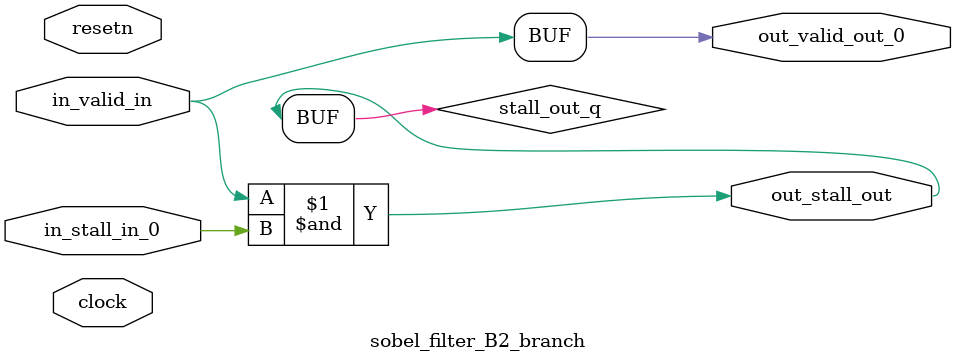
<source format=sv>



(* altera_attribute = "-name AUTO_SHIFT_REGISTER_RECOGNITION OFF; -name MESSAGE_DISABLE 10036; -name MESSAGE_DISABLE 10037; -name MESSAGE_DISABLE 14130; -name MESSAGE_DISABLE 14320; -name MESSAGE_DISABLE 15400; -name MESSAGE_DISABLE 14130; -name MESSAGE_DISABLE 10036; -name MESSAGE_DISABLE 12020; -name MESSAGE_DISABLE 12030; -name MESSAGE_DISABLE 12010; -name MESSAGE_DISABLE 12110; -name MESSAGE_DISABLE 14320; -name MESSAGE_DISABLE 13410; -name MESSAGE_DISABLE 113007; -name MESSAGE_DISABLE 10958" *)
module sobel_filter_B2_branch (
    input wire [0:0] in_stall_in_0,
    input wire [0:0] in_valid_in,
    output wire [0:0] out_stall_out,
    output wire [0:0] out_valid_out_0,
    input wire clock,
    input wire resetn
    );

    wire [0:0] stall_out_q;


    // stall_out(LOGICAL,6)
    assign stall_out_q = in_valid_in & in_stall_in_0;

    // out_stall_out(GPOUT,4)
    assign out_stall_out = stall_out_q;

    // out_valid_out_0(GPOUT,5)
    assign out_valid_out_0 = in_valid_in;

endmodule

</source>
